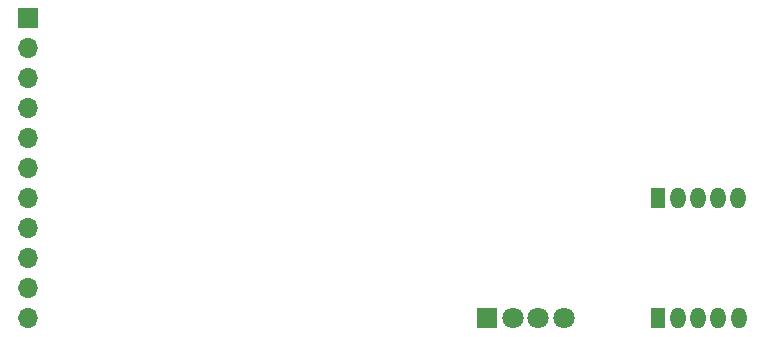
<source format=gbr>
%TF.GenerationSoftware,KiCad,Pcbnew,6.0.11+dfsg-1*%
%TF.CreationDate,2024-03-20T12:36:12-04:00*%
%TF.ProjectId,MainPCB,4d61696e-5043-4422-9e6b-696361645f70,rev?*%
%TF.SameCoordinates,Original*%
%TF.FileFunction,Soldermask,Bot*%
%TF.FilePolarity,Negative*%
%FSLAX46Y46*%
G04 Gerber Fmt 4.6, Leading zero omitted, Abs format (unit mm)*
G04 Created by KiCad (PCBNEW 6.0.11+dfsg-1) date 2024-03-20 12:36:12*
%MOMM*%
%LPD*%
G01*
G04 APERTURE LIST*
%ADD10R,1.275000X1.800000*%
%ADD11O,1.275000X1.800000*%
%ADD12R,1.700000X1.700000*%
%ADD13O,1.700000X1.700000*%
%ADD14R,1.800000X1.800000*%
%ADD15C,1.800000*%
G04 APERTURE END LIST*
D10*
%TO.C,U6*%
X193020000Y-99060000D03*
D11*
X194720000Y-99060000D03*
X196420000Y-99060000D03*
X198120000Y-99060000D03*
X199820000Y-99060000D03*
%TD*%
D10*
%TO.C,U5*%
X193040000Y-109220000D03*
D11*
X194740000Y-109220000D03*
X196440000Y-109220000D03*
X198140000Y-109220000D03*
X199840000Y-109220000D03*
%TD*%
D12*
%TO.C,J1*%
X139700000Y-83820000D03*
D13*
X139700000Y-86360000D03*
X139700000Y-88900000D03*
X139700000Y-91440000D03*
X139700000Y-93980000D03*
X139700000Y-96520000D03*
X139700000Y-99060000D03*
X139700000Y-101600000D03*
X139700000Y-104140000D03*
X139700000Y-106680000D03*
X139700000Y-109220000D03*
%TD*%
D14*
%TO.C,D4*%
X178562000Y-109220000D03*
D15*
X180721000Y-109220000D03*
X182880000Y-109220000D03*
X185039000Y-109220000D03*
%TD*%
M02*

</source>
